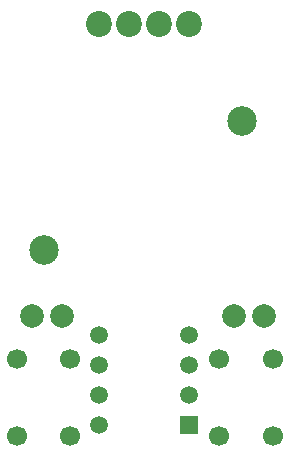
<source format=gbr>
G04 DipTrace 3.0.0.2*
G04 Top.gbr*
%MOIN*%
G04 #@! TF.FileFunction,Copper,L1,Top*
G04 #@! TF.Part,Single*
G04 #@! TA.AperFunction,ComponentPad*
%ADD17C,0.098425*%
%ADD18C,0.07874*%
%ADD19C,0.066929*%
%ADD20C,0.059055*%
%ADD21C,0.086614*%
%ADD22R,0.059055X0.059055*%
%FSLAX26Y26*%
G04*
G70*
G90*
G75*
G01*
G04 Top*
%LPD*%
D17*
X560012Y1090319D3*
D18*
X1295803Y868701D3*
D19*
X470803Y468701D3*
D20*
X745803Y806201D3*
D21*
Y1843701D3*
D18*
X520803Y868701D3*
D19*
X1145803Y468701D3*
X1322969Y468696D3*
Y724612D3*
X1145803Y724606D3*
X647969Y468696D3*
Y724612D3*
X470803Y724606D3*
D20*
X745803Y706201D3*
Y606201D3*
Y506201D3*
D22*
X1045803D3*
D20*
Y606201D3*
Y706201D3*
Y806201D3*
D18*
X620803Y868701D3*
X1195803D3*
D17*
X1220803Y1518701D3*
D21*
X845803Y1843701D3*
X945803D3*
X1045803D3*
M02*

</source>
